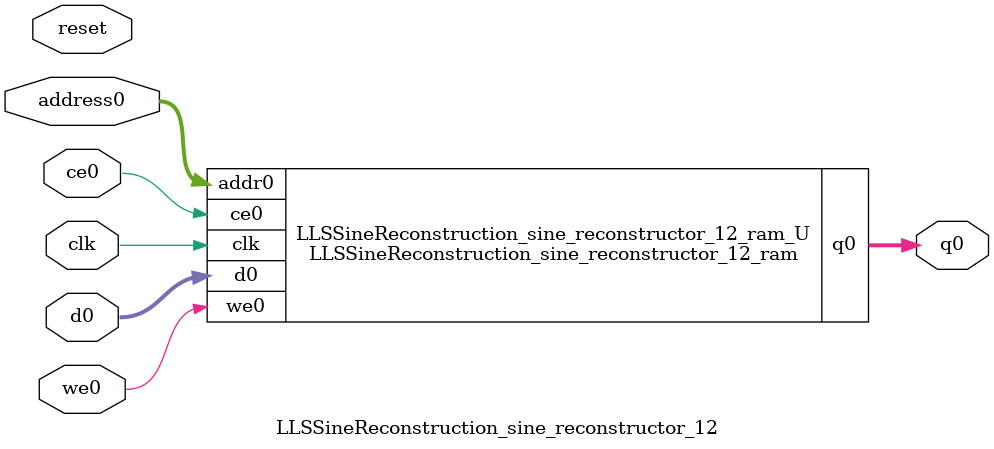
<source format=v>
`timescale 1 ns / 1 ps
module LLSSineReconstruction_sine_reconstructor_12_ram (addr0, ce0, d0, we0, q0,  clk);

parameter DWIDTH = 60;
parameter AWIDTH = 4;
parameter MEM_SIZE = 9;

input[AWIDTH-1:0] addr0;
input ce0;
input[DWIDTH-1:0] d0;
input we0;
output reg[DWIDTH-1:0] q0;
input clk;

reg [DWIDTH-1:0] ram[0:MEM_SIZE-1];




always @(posedge clk)  
begin 
    if (ce0) begin
        if (we0) 
            ram[addr0] <= d0; 
        q0 <= ram[addr0];
    end
end


endmodule

`timescale 1 ns / 1 ps
module LLSSineReconstruction_sine_reconstructor_12(
    reset,
    clk,
    address0,
    ce0,
    we0,
    d0,
    q0);

parameter DataWidth = 32'd60;
parameter AddressRange = 32'd9;
parameter AddressWidth = 32'd4;
input reset;
input clk;
input[AddressWidth - 1:0] address0;
input ce0;
input we0;
input[DataWidth - 1:0] d0;
output[DataWidth - 1:0] q0;



LLSSineReconstruction_sine_reconstructor_12_ram LLSSineReconstruction_sine_reconstructor_12_ram_U(
    .clk( clk ),
    .addr0( address0 ),
    .ce0( ce0 ),
    .we0( we0 ),
    .d0( d0 ),
    .q0( q0 ));

endmodule


</source>
